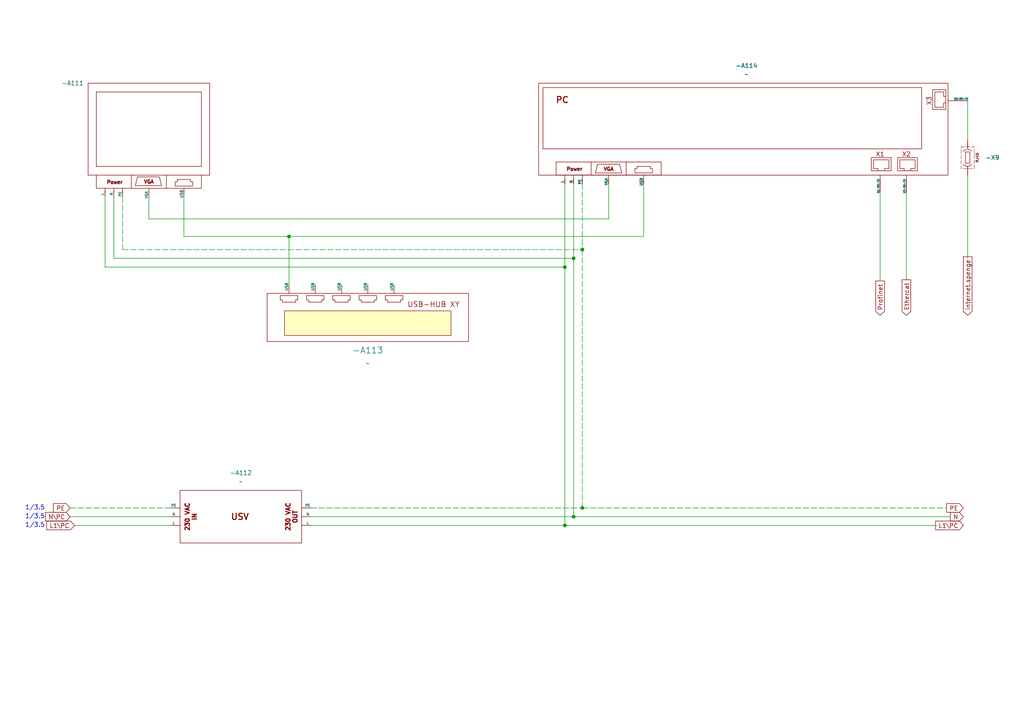
<source format=kicad_sch>
(kicad_sch (version 20250114) (generator "eeschema") (generator_version "9.0")
  (paper "A4")
  (title_block (comment 4 "3"))
  (lib_symbols
    (symbol "devices:Monitor-HMI_(A)" (pin_numbers (hide yes)) (pin_names (offset 0)) (on_board no)
      (property "Reference" "-A" (at -21.844 20.066 0))
      (symbol "Monitor-HMI_(A)_0_1"
        (rectangle (start -17.6212 15.24) (end 17.6213 -11.4299))
        (rectangle (start -15.24 12.7) (end 15.24 -8.89))
        (polyline (pts (xy -15.24 -11.43) (xy -15.24 -15.24) (xy 15.24 -15.24) (xy 15.24 -11.43)))
        (polyline (pts (xy -12.7 -16.51) (xy -12.7 -15.24)))
        (polyline (pts (xy -10.16 -16.51) (xy -10.16 -15.24)))
        (polyline (pts (xy -7.62 -16.51) (xy -7.62 -15.24)))
        (polyline (pts (xy -5.08 -15.24) (xy -5.08 -11.43)))
        (polyline (pts (xy -3.937 -14.478) (xy 3.683 -14.478) (xy 3.048 -11.938) (xy -3.302 -11.938) (xy -3.937 -14.478)))
        (polyline (pts (xy 0 -16.51) (xy 0 -15.24)))
        (polyline (pts (xy 5.08 -15.24) (xy 5.08 -11.43)))
        (polyline (pts (xy 7.62 -14.605) (xy 12.7 -14.605) (xy 12.7 -13.335) (xy 12.065 -13.335) (xy 12.065 -12.7) (xy 8.255 -12.7) (xy 8.255 -13.335) (xy 7.62 -13.335) (xy 7.62 -14.605)))
        (polyline (pts (xy 10.16 -16.51) (xy 10.16 -15.24)))
      )
      (symbol "Monitor-HMI_(A)_1_1"
        (text "Power" (at -9.906 -13.462 0) (effects (font (size 1.016 1.016) (thickness 0.3048) (bold yes))))
        (text "VGA" (at 0 -13.335 0) (effects (font (size 1.016 1.016) (thickness 0.3048) (bold yes))))
        (pin passive line (at -12.7 -17.78 90) (length 1.778) (name "L") (number "L1"))
        (pin passive line (at -10.16 -17.78 90) (length 1.778) (name "N") (number "N"))
        (pin passive line (at -7.62 -17.78 90) (length 1.778) (name "PE") (number "PE"))
        (pin bidirectional line (at 0 -17.78 90) (length 1.27) (name "VGA") (number "VGA"))
        (pin bidirectional line (at 10.16 -17.78 90) (length 1.778) (name "USB") (number "USB"))
      )
    )
    (symbol "devices:PC-PLC_(A)" (pin_numbers (hide yes)) (pin_names (offset 0)) (on_board no)
      (property "Reference" "-A" (at -57.658 18.288 0))
      (symbol "PC-PLC_(A)_0_1"
        (rectangle (start -59.69 15.24) (end 59.0549 -11.4299))
        (rectangle (start -58.42 13.97) (end 51.435 -3.81))
        (polyline (pts (xy -54.61 -7.62) (xy -24.13 -7.62)))
        (polyline (pts (xy -54.61 -7.62) (xy -54.61 -11.43) (xy -24.13 -11.43) (xy -24.13 -7.62)))
        (polyline (pts (xy -52.07 -12.7) (xy -52.07 -11.43)))
        (polyline (pts (xy -49.53 -12.7) (xy -49.53 -11.43)))
        (polyline (pts (xy -46.99 -12.7) (xy -46.99 -11.43)))
        (polyline (pts (xy -44.45 -11.43) (xy -44.45 -7.62)))
        (polyline (pts (xy -43.18 -10.795) (xy -35.56 -10.795) (xy -36.195 -8.255) (xy -42.545 -8.255) (xy -43.18 -10.795)))
        (polyline (pts (xy -39.37 -12.7) (xy -39.37 -11.43)))
        (polyline (pts (xy -34.29 -11.43) (xy -34.29 -7.62)))
        (polyline (pts (xy -31.75 -10.795) (xy -26.67 -10.795) (xy -26.67 -9.525) (xy -27.305 -9.525) (xy -27.305 -8.89) (xy -31.115 -8.89) (xy -31.115 -9.525) (xy -31.75 -9.525) (xy -31.75 -10.795)))
        (polyline (pts (xy -29.21 -12.7) (xy -29.21 -11.43)))
        (rectangle (start 36.83 -6.35) (end 42.545 -10.16))
        (polyline (pts (xy 38.735 -10.16) (xy 38.735 -9.525) (xy 37.465 -9.525) (xy 37.465 -6.985) (xy 41.91 -6.985) (xy 41.91 -9.525) (xy 41.275 -9.525) (xy 40.64 -9.525) (xy 40.64 -10.16)))
        (polyline (pts (xy 39.37 -12.7) (xy 39.37 -11.43)))
        (rectangle (start 44.45 -6.35) (end 50.165 -10.16))
        (polyline (pts (xy 46.355 -10.16) (xy 46.355 -9.525) (xy 45.085 -9.525) (xy 45.085 -6.985) (xy 49.53 -6.985) (xy 49.53 -9.525) (xy 48.895 -9.525) (xy 48.26 -9.525) (xy 48.26 -10.16)))
        (polyline (pts (xy 46.99 -12.7) (xy 46.99 -11.43)))
        (rectangle (start 54.61 7.62) (end 58.42 13.335))
        (polyline (pts (xy 58.42 9.525) (xy 57.785 9.525) (xy 57.785 8.255) (xy 55.245 8.255) (xy 55.245 12.7) (xy 57.785 12.7) (xy 57.785 12.065) (xy 57.785 11.43) (xy 58.42 11.43)))
        (polyline (pts (xy 59.69 10.16) (xy 59.055 10.16)))
        (polyline (pts (xy 60.96 10.16) (xy 59.69 10.16)))
      )
      (symbol "PC-PLC_(A)_1_1"
        (text "PC" (at -52.832 10.414 0) (effects (font (size 1.778 1.778) (thickness 0.3048) (bold yes))))
        (text "Power" (at -49.276 -9.652 0) (effects (font (size 1.016 1.016) (thickness 0.3048) (bold yes))))
        (text "VGA" (at -39.37 -9.652 0) (effects (font (size 1.016 1.016) (thickness 0.3048) (bold yes))))
        (text "X1" (at 39.37 -5.334 0) (effects (font (size 1.27 1.27))))
        (text "X2" (at 46.99 -5.334 0) (effects (font (size 1.27 1.27))))
        (text "X3\n" (at 53.594 10.16 900) (effects (font (size 1.27 1.27))))
        (pin passive line (at -52.07 -13.97 90) (length 1.27) (name "L") (number "L1"))
        (pin passive line (at -49.53 -13.97 90) (length 1.27) (name "N") (number "N"))
        (pin passive line (at -46.99 -13.97 90) (length 1.27) (name "PE") (number "PE"))
        (pin bidirectional line (at -39.37 -13.97 90) (length 1.27) (name "VGA") (number "VGA"))
        (pin bidirectional line (at -29.21 -13.97 90) (length 1.27) (name "USB") (number "USB"))
        (pin bidirectional line (at 39.37 -16.51 90) (length 3.81) (name "X1-RX-TX") (number "X1-RX-TX"))
        (pin bidirectional line (at 46.99 -16.51 90) (length 3.81) (name "X2-RX-TX") (number "X2-RX-TX"))
        (pin bidirectional line (at 64.77 10.16 180) (length 3.81) (name "X3-RX-TX") (number "X3-RX-TX"))
      )
    )
    (symbol "devices:USB-HUB_(A)" (pin_numbers (hide yes)) (pin_names (offset 0)) (on_board no)
      (property "Reference" "-A" (at -33.274 7.874 0))
      (symbol "USB-HUB_(A)_0_1"
        (rectangle (start -29.21 7.62) (end 29.21 -6.35))
        (polyline (pts (xy -22.86 8.89) (xy -22.86 7.62)))
        (polyline (pts (xy -20.32 6.985) (xy -25.4 6.985) (xy -25.4 5.715) (xy -24.765 5.715) (xy -24.765 5.08) (xy -20.955 5.08) (xy -20.955 5.715) (xy -20.32 5.715) (xy -20.32 6.985)))
        (polyline (pts (xy -15.24 8.89) (xy -15.24 7.62)))
        (polyline (pts (xy -12.7 6.985) (xy -17.78 6.985) (xy -17.78 5.715) (xy -17.145 5.715) (xy -17.145 5.08) (xy -13.335 5.08) (xy -13.335 5.715) (xy -12.7 5.715) (xy -12.7 6.985)))
        (polyline (pts (xy -7.62 8.89) (xy -7.62 7.62)))
        (polyline (pts (xy -5.08 6.985) (xy -10.16 6.985) (xy -10.16 5.715) (xy -9.525 5.715) (xy -9.525 5.08) (xy -5.715 5.08) (xy -5.715 5.715) (xy -5.08 5.715) (xy -5.08 6.985)))
        (polyline (pts (xy 0 8.89) (xy 0 7.62)))
        (polyline (pts (xy 2.54 6.985) (xy -2.54 6.985) (xy -2.54 5.715) (xy -1.905 5.715) (xy -1.905 5.08) (xy 1.905 5.08) (xy 1.905 5.715) (xy 2.54 5.715) (xy 2.54 6.985)))
        (polyline (pts (xy 7.62 8.89) (xy 7.62 7.62)))
        (polyline (pts (xy 10.16 6.985) (xy 5.08 6.985) (xy 5.08 5.715) (xy 5.715 5.715) (xy 5.715 5.08) (xy 9.525 5.08) (xy 9.525 5.715) (xy 10.16 5.715) (xy 10.16 6.985)))
      )
      (symbol "USB-HUB_(A)_1_1"
        (rectangle (start -24.13 2.54) (end 24.13 -4.572) (fill (type background)))
        (text "USB-HUB XY" (at 11.43 5.334 0) (effects (font (size 1.524 1.524)) (justify left top)))
        (pin bidirectional line (at -22.86 10.16 270) (length 1.27) (name "USB") (number "USB"))
        (pin bidirectional line (at -15.24 10.16 270) (length 1.27) (name "USB") (number "USB"))
        (pin bidirectional line (at -7.62 10.16 270) (length 1.27) (name "USB") (number "USB"))
        (pin bidirectional line (at 0 10.16 270) (length 1.27) (name "USB") (number "USB"))
        (pin bidirectional line (at 7.62 10.16 270) (length 1.27) (name "USB") (number "USB"))
      )
    )
    (symbol "devices:USV_(C)" (pin_numbers (hide yes)) (pin_names (offset 0)) (on_board no)
      (property "Reference" "-C" (at -19.304 9.906 0))
      (symbol "USV_(C)_0_1"
        (polyline (pts (xy -18.542 2.54) (xy -17.526 2.54)))
        (polyline (pts (xy -18.542 0) (xy -17.526 0)))
        (polyline (pts (xy -18.542 -2.54) (xy -17.526 -2.54)))
        (rectangle (start -17.6212 7.62) (end 17.6213 -7.6199))
        (polyline (pts (xy 18.542 2.54) (xy 17.526 2.54)))
        (polyline (pts (xy 18.542 0) (xy 17.526 0)))
        (polyline (pts (xy 18.542 -2.54) (xy 17.526 -2.54)))
      )
      (symbol "USV_(C)_1_1"
        (text "230 VAC\nIN" (at -14.478 0 900) (effects (font (size 1.27 1.27) (thickness 0.3048) (bold yes))))
        (text "USV" (at -0.254 0 0) (effects (font (size 1.778 1.778) (thickness 0.3048) (bold yes))))
        (text "230 VAC\nOUT" (at 14.732 0 900) (effects (font (size 1.27 1.27) (thickness 0.3048) (bold yes))))
        (pin passive line (at -20.32 2.54 0) (length 1.778) (name "PE") (number "PE"))
        (pin passive line (at -20.32 0 0) (length 1.778) (name "N") (number "N"))
        (pin passive line (at -20.32 -2.54 0) (length 1.778) (name "L") (number "L"))
        (pin passive line (at 20.32 2.54 180) (length 1.778) (name "PE") (number "PE"))
        (pin passive line (at 20.32 0 180) (length 1.778) (name "N") (number "N"))
        (pin passive line (at 20.32 -2.54 180) (length 1.778) (name "L") (number "L"))
      )
    )
    (symbol "standart:Verbinder_RJ45_(X)" (pin_numbers (hide yes)) (pin_names (offset 0) (hide yes))
      (property "Reference" "-X" (at -5.08 4.318 0))
      (symbol "Verbinder_RJ45_(X)_1_1"
        (rectangle (start -1.905 3.175) (end 1.905 -3.175) (stroke (width 0.1016) (type dash)))
        (bezier (pts (xy -1.2707 1.8206) (xy -0.0007 3.0906) (xy 1.2693 1.8206) (xy 1.2693 1.8206)))
        (rectangle (start -0.635 1.6384) (end 0.635 -1.6384) (fill (type color)))
        (bezier (pts (xy 1.2058 -1.9472) (xy -0.0642 -3.2172) (xy -1.3342 -1.9472) (xy -1.3342 -1.9472)))
        (text "RJ45" (at 2.794 0 900) (effects (font (size 0.762 0.762))))
        (pin bidirectional line (at 0 5.08 270) (length 2.54) (name "1") (number "1"))
        (pin bidirectional line (at 0 -5.08 90) (length 2.54) (name "2") (number "2"))
      )
    )
  )
  (text "1/3.5" (at 10.16 152.4 0) (effects (font (size 1.27 1.27))))
  (text "1/3.5" (at 10.16 149.86 0) (effects (font (size 1.27 1.27))))
  (text "1/3.5" (at 10.16 147.32 0) (effects (font (size 1.27 1.27))))
  (junction (at 168.91 147.32))
  (junction (at 168.91 72.39))
  (junction (at 163.83 77.47))
  (junction (at 163.83 152.4))
  (junction (at 83.82 68.58))
  (junction (at 166.37 74.93))
  (junction (at 166.37 149.86))
  (wire (pts (xy 90.17 149.86) (xy 166.37 149.86)))
  (wire (pts (xy 168.91 72.39) (xy 168.91 147.32)) (stroke (width 0) (type dash)))
  (wire (pts (xy 163.83 53.34) (xy 163.83 77.47)))
  (wire (pts (xy 33.02 74.93) (xy 166.37 74.93)))
  (wire (pts (xy 186.69 53.34) (xy 186.69 68.58)))
  (wire (pts (xy 255.27 55.88) (xy 255.27 81.28)))
  (wire (pts (xy 90.17 147.32) (xy 168.91 147.32)) (stroke (width 0) (type dash)))
  (wire (pts (xy 53.34 68.58) (xy 83.82 68.58)))
  (wire (pts (xy 90.17 152.4) (xy 163.83 152.4)))
  (wire (pts (xy 168.91 147.32) (xy 274.32 147.32)) (stroke (width 0) (type dash)))
  (wire (pts (xy 166.37 53.34) (xy 166.37 74.93)))
  (wire (pts (xy 35.56 72.39) (xy 168.91 72.39)) (stroke (width 0) (type dash)))
  (wire (pts (xy 43.18 63.5) (xy 176.53 63.5)))
  (wire (pts (xy 83.82 68.58) (xy 186.69 68.58)))
  (wire (pts (xy 176.53 53.34) (xy 176.53 63.5)))
  (wire (pts (xy 166.37 149.86) (xy 275.59 149.86)))
  (wire (pts (xy 163.83 152.4) (xy 271.78 152.4)))
  (wire (pts (xy 53.34 57.15) (xy 53.34 68.58)))
  (wire (pts (xy 83.82 68.58) (xy 83.82 82.55)))
  (wire (pts (xy 280.67 29.21) (xy 280.67 40.64)))
  (wire (pts (xy 262.89 55.88) (xy 262.89 81.28)))
  (wire (pts (xy 35.56 57.15) (xy 35.56 72.39)) (stroke (width 0) (type dash)))
  (wire (pts (xy 20.32 149.86) (xy 49.53 149.86)))
  (wire (pts (xy 168.91 53.34) (xy 168.91 72.39)) (stroke (width 0) (type dash)))
  (wire (pts (xy 163.83 77.47) (xy 163.83 152.4)))
  (wire (pts (xy 166.37 74.93) (xy 166.37 149.86)))
  (wire (pts (xy 33.02 57.15) (xy 33.02 74.93)))
  (wire (pts (xy 43.18 57.15) (xy 43.18 63.5)))
  (wire (pts (xy 20.32 147.32) (xy 49.53 147.32)) (stroke (width 0) (type dash)))
  (wire (pts (xy 30.48 57.15) (xy 30.48 77.47)))
  (wire (pts (xy 30.48 77.47) (xy 163.83 77.47)))
  (wire (pts (xy 280.67 50.8) (xy 280.67 74.93)))
  (wire (pts (xy 21.59 152.4) (xy 49.53 152.4)))
  (global_label "L1\\PC" (shape input) (at 279.4 152.4 180) (property "Intersheetrefs" "${INTERSHEET_REFS}" (effects (hide yes))))
  (global_label "N" (shape input) (at 279.4 149.86 180) (property "Intersheetrefs" "${INTERSHEET_REFS}" (effects (hide yes))))
  (global_label "Internet.spenge" (shape input) (at 280.67 91.44 90) (property "Intersheetrefs" "${INTERSHEET_REFS}" (effects (hide yes))))
  (global_label "N\\PC" (shape input) (at 20.32 149.86 180) (property "Intersheetrefs" "${INTERSHEET_REFS}" (effects (hide yes))))
  (global_label "L1\\PC" (shape input) (at 21.59 152.4 180) (property "Intersheetrefs" "${INTERSHEET_REFS}" (effects (hide yes))))
  (global_label "PE" (shape input) (at 20.32 147.32 180) (property "Intersheetrefs" "${INTERSHEET_REFS}" (effects (hide yes))))
  (global_label "Ethercat" (shape input) (at 262.89 91.44 90) (property "Intersheetrefs" "${INTERSHEET_REFS}" (effects (hide yes))))
  (global_label "PE" (shape input) (at 279.4 147.32 180) (property "Intersheetrefs" "${INTERSHEET_REFS}" (effects (hide yes))))
  (global_label "Profinet" (shape input) (at 255.27 91.44 90) (property "Intersheetrefs" "${INTERSHEET_REFS}" (effects (hide yes))))
  (symbol (lib_id "standart:Verbinder_RJ45_(X)") (at 280.67 45.72 0) (unit 1)
    (property "Reference" "-X9" (at 285.75 45.7199 0) (effects (justify left)))
  )
  (symbol (lib_id "devices:USB-HUB_(A)") (at 106.68 92.71 0) (unit 1) (on_board no)
    (property "Reference" "-A113" (at 106.68 101.6 0) (effects (font (size 1.778 1.778))))
    (property "Value" "~" (at 106.68 105.41 0))
  )
  (symbol (lib_id "devices:USV_(C)") (at 69.85 149.86 0) (unit 1) (on_board no)
    (property "Reference" "-A112" (at 69.85 137.16 0))
    (property "Value" "~" (at 69.85 139.7 0))
    (property "Description" "USV" (effects (hide yes)))
  )
  (symbol (lib_id "devices:Monitor-HMI_(A)") (at 43.18 39.37 0) (unit 1) (on_board no)
    (property "Reference" "-A111" (at 17.78 24.13 0) (effects (justify left)))
    (property "Description" "Monitor (HMI)" (effects (hide yes)))
  )
  (symbol (lib_id "devices:PC-PLC_(A)") (at 215.9 39.37 0) (unit 1) (on_board no)
    (property "Reference" "-A114" (at 216.535 19.05 0))
    (property "Value" "~" (at 216.535 21.59 0))
    (property "Description" "PC" (effects (hide yes)))
  )
)
</source>
